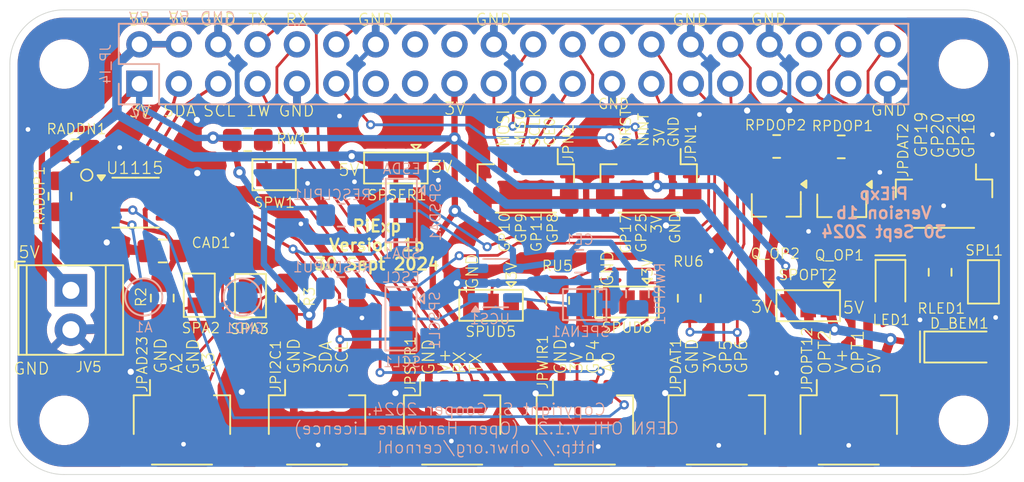
<source format=kicad_pcb>
(kicad_pcb
	(version 20240108)
	(generator "pcbnew")
	(generator_version "8.0")
	(general
		(thickness 1.6)
		(legacy_teardrops no)
	)
	(paper "USLetter")
	(title_block
		(title "PiExp")
		(date "2024-09-29")
		(rev "1b")
	)
	(layers
		(0 "F.Cu" signal)
		(31 "B.Cu" signal)
		(32 "B.Adhes" user "B.Adhesive")
		(33 "F.Adhes" user "F.Adhesive")
		(34 "B.Paste" user)
		(35 "F.Paste" user)
		(36 "B.SilkS" user "B.Silkscreen")
		(37 "F.SilkS" user "F.Silkscreen")
		(38 "B.Mask" user)
		(39 "F.Mask" user)
		(40 "Dwgs.User" user "User.Drawings")
		(41 "Cmts.User" user "User.Comments")
		(42 "Eco1.User" user "User.Eco1")
		(43 "Eco2.User" user "User.Eco2")
		(44 "Edge.Cuts" user)
		(45 "Margin" user)
		(46 "B.CrtYd" user "B.Courtyard")
		(47 "F.CrtYd" user "F.Courtyard")
		(48 "B.Fab" user)
		(49 "F.Fab" user)
	)
	(setup
		(stackup
			(layer "F.SilkS"
				(type "Top Silk Screen")
			)
			(layer "F.Paste"
				(type "Top Solder Paste")
			)
			(layer "F.Mask"
				(type "Top Solder Mask")
				(thickness 0.01)
			)
			(layer "F.Cu"
				(type "copper")
				(thickness 0.035)
			)
			(layer "dielectric 1"
				(type "core")
				(thickness 1.51)
				(material "FR4")
				(epsilon_r 4.5)
				(loss_tangent 0.02)
			)
			(layer "B.Cu"
				(type "copper")
				(thickness 0.035)
			)
			(layer "B.Mask"
				(type "Bottom Solder Mask")
				(thickness 0.01)
			)
			(layer "B.Paste"
				(type "Bottom Solder Paste")
			)
			(layer "B.SilkS"
				(type "Bottom Silk Screen")
			)
			(copper_finish "None")
			(dielectric_constraints no)
		)
		(pad_to_mask_clearance 0.0254)
		(solder_mask_min_width 0.1016)
		(allow_soldermask_bridges_in_footprints no)
		(pcbplotparams
			(layerselection 0x00010fc_ffffffff)
			(plot_on_all_layers_selection 0x0000000_00000000)
			(disableapertmacros no)
			(usegerberextensions no)
			(usegerberattributes no)
			(usegerberadvancedattributes no)
			(creategerberjobfile no)
			(dashed_line_dash_ratio 12.000000)
			(dashed_line_gap_ratio 3.000000)
			(svgprecision 4)
			(plotframeref no)
			(viasonmask no)
			(mode 1)
			(useauxorigin no)
			(hpglpennumber 1)
			(hpglpenspeed 20)
			(hpglpendiameter 15.000000)
			(pdf_front_fp_property_popups yes)
			(pdf_back_fp_property_popups yes)
			(dxfpolygonmode yes)
			(dxfimperialunits yes)
			(dxfusepcbnewfont yes)
			(psnegative no)
			(psa4output no)
			(plotreference yes)
			(plotvalue yes)
			(plotfptext yes)
			(plotinvisibletext no)
			(sketchpadsonfab no)
			(subtractmaskfromsilk no)
			(outputformat 1)
			(mirror no)
			(drillshape 1)
			(scaleselection 1)
			(outputdirectory "")
		)
	)
	(net 0 "")
	(net 1 "GND")
	(net 2 "+5V")
	(net 3 "GP2_SDA")
	(net 4 "GP3_SCL")
	(net 5 "+3V3")
	(net 6 "GP13")
	(net 7 "GP14_TXD")
	(net 8 "GP15_RXD")
	(net 9 "unconnected-(JP_I4-Pin_13-Pad13)")
	(net 10 "GP4_1Wire")
	(net 11 "GP19")
	(net 12 "AIN3")
	(net 13 "unconnected-(JP_I4-Pin_16-Pad16)")
	(net 14 "GP9_MISO")
	(net 15 "GP25_NINT")
	(net 16 "GP8_CE0")
	(net 17 "GP1_EESCL")
	(net 18 "GP18")
	(net 19 "GP20")
	(net 20 "GP0_EESDA")
	(net 21 "unconnected-(JP_I4-Pin_18-Pad18)")
	(net 22 "GP17_NRST")
	(net 23 "unconnected-(JP_I4-Pin_26-Pad26)")
	(net 24 "unconnected-(JP_I4-Pin_37-Pad37)")
	(net 25 "GP21")
	(net 26 "GP5")
	(net 27 "GP6")
	(net 28 "GP12")
	(net 29 "GP11_SCLK")
	(net 30 "unconnected-(JP_I4-Pin_15-Pad15)")
	(net 31 "GP10_MOSI")
	(net 32 "unconnected-(JP_I4-Pin_36-Pad36)")
	(net 33 "AIN0")
	(net 34 "/ADDR")
	(net 35 "/RDY")
	(net 36 "AIN2")
	(net 37 "/OPT1")
	(net 38 "/OPT2")
	(net 39 "AIN1")
	(net 40 "Net-(SPENA1-A)")
	(net 41 "Net-(SPSCL1-C)")
	(net 42 "Net-(SPSDA1-C)")
	(net 43 "/VSER+")
	(net 44 "Net-(SPA2-B)")
	(net 45 "Net-(SPA3-B)")
	(net 46 "Net-(JPOPT12-Pin_2)")
	(net 47 "Net-(SPL1-A)")
	(net 48 "Net-(LED1-A)")
	(net 49 "Net-(SPUD5-C)")
	(net 50 "Net-(SPUD6-C)")
	(net 51 "Net-(SPW1-A)")
	(footprint "Resistor_SMD:R_0805_2012Metric_Pad1.20x1.40mm_HandSolder" (layer "F.Cu") (at 15.3416 8.382))
	(footprint "MountingHole:MountingHole_2.7mm_M2.5" (layer "F.Cu") (at 3.5 3.5))
	(footprint "MountingHole:MountingHole_2.7mm_M2.5" (layer "F.Cu") (at 61.5 3.5))
	(footprint "Connector_JST:JST_SH_SM04B-SRSS-TB_1x04-1MP_P1.00mm_Horizontal" (layer "F.Cu") (at 37.084 26.67))
	(footprint "Resistor_SMD:R_0805_2012Metric_Pad1.20x1.40mm_HandSolder" (layer "F.Cu") (at 53.6174 8.845725 180))
	(footprint "TerminalBlock_TE-Connectivity:TerminalBlock_TE_282834-2_1x02_P2.54mm_Horizontal" (layer "F.Cu") (at 3.937 18.1102 -90))
	(footprint "Jumper:SolderJumper-2_P1.3mm_Open_Pad1.0x1.5mm" (layer "F.Cu") (at 15.5194 18.4508 -90))
	(footprint "Connector_JST:JST_SH_BM04B-SRSS-TB_1x04-1MP_P1.00mm_Vertical" (layer "F.Cu") (at 60.2488 12.065 180))
	(footprint "Connector_JST:JST_SH_SM04B-SRSS-TB_1x04-1MP_P1.00mm_Horizontal" (layer "F.Cu") (at 45.593 26.67))
	(footprint "Package_TO_SOT_SMD:SOT-23_Handsoldering" (layer "F.Cu") (at 49.4304 12.593275 -90))
	(footprint "Resistor_SMD:R_0805_2012Metric_Pad1.20x1.40mm_HandSolder" (layer "F.Cu") (at 3.230373 12.0396 90))
	(footprint "Jumper:SolderJumper-3_P1.3mm_Open_Pad1.0x1.5mm" (layer "F.Cu") (at 24.8966 10.2108 180))
	(footprint "Connector_JST:JST_SH_SM04B-SRSS-TB_1x04-1MP_P1.00mm_Horizontal" (layer "F.Cu") (at 11.0998 26.67))
	(footprint "Resistor_SMD:R_0805_2012Metric_Pad1.20x1.40mm_HandSolder" (layer "F.Cu") (at 59.9948 16.9418 90))
	(footprint "Jumper:SolderJumper-2_P1.3mm_Open_Pad1.0x1.5mm" (layer "F.Cu") (at 17.0434 10.6426))
	(footprint "Package_TO_SOT_SMD:SOT-23_Handsoldering" (layer "F.Cu") (at 53.6526 12.618675 -90))
	(footprint "Jumper:SolderJumper-3_P1.3mm_Open_Pad1.0x1.5mm" (layer "F.Cu") (at 39.8018 18.8623 180))
	(footprint "Resistor_SMD:R_0805_2012Metric_Pad1.20x1.40mm_HandSolder" (layer "F.Cu") (at 43.815 18.6182 90))
	(footprint "Connector_JST:JST_SH_SM04B-SRSS-TB_1x04-1MP_P1.00mm_Horizontal" (layer "F.Cu") (at 54.102 26.67))
	(footprint "Jumper:SolderJumper-3_P1.3mm_Open_Pad1.0x1.5mm" (layer "F.Cu") (at 31.0342 19.0754 180))
	(footprint "Connector_JST:JST_SH_SM04B-SRSS-TB_1x04-1MP_P1.00mm_Horizontal" (layer "F.Cu") (at 19.812 26.67))
	(footprint "Resistor_SMD:R_0805_2012Metric_Pad1.20x1.40mm_HandSolder" (layer "F.Cu") (at 4.199873 9.0932 180))
	(footprint "Resistor_SMD:R_0805_2012Metric_Pad1.20x1.40mm_HandSolder" (layer "F.Cu") (at 35.3314 18.7612 -90))
	(footprint "MountingHole:MountingHole_2.7mm_M2.5" (layer "F.Cu") (at 3.5 26.5))
	(footprint "MountingHole:MountingHole_2.7mm_M2.5" (layer "F.Cu") (at 61.5 26.5))
	(footprint "Resistor_SMD:R_0805_2012Metric_Pad1.20x1.40mm_HandSolder" (layer "F.Cu") (at 49.4558 8.820325 180))
	(footprint "Jumper:SolderJumper-3_P1.3mm_Open_Pad1.0x1.5mm" (layer "F.Cu") (at 51.4904 19.1008 180))
	(footprint "Capacitor_SMD:C_0805_2012Metric_Pad1.18x1.45mm_HandSolder" (layer "F.Cu") (at 9.8591 15.5702))
	(footprint "Resistor_SMD:R_0805_2012Metric_Pad1.20x1.40mm_HandSolder" (layer "F.Cu") (at 17.8816 18.6342 90))
	(footprint "Diode_SMD:D_SOD-123" (layer "F.Cu") (at 61.34 21.7678))
	(footprint "Connector_JST:JST_SH_BM04B-SRSS-TB_1x04-1MP_P1.00mm_Vertical" (layer "F.Cu") (at 41.2002 11.0786 180))
	(footprint "Resistor_SMD:R_0805_2012Metric_Pad1.20x1.40mm_HandSolder" (layer "F.Cu") (at 9.8298 18.6088 -90))
	(footprint "Connector_JST:JST_SH_SM04B-SRSS-TB_1x04-1MP_P1.00mm_Horizontal" (layer "F.Cu") (at 28.5242 26.67))
	(footprint "Package_SO:MSOP-10_3x3mm_P0.5mm" (layer "F.Cu") (at 8.111473 12.446))
	(footprint "Connector_JST:JST_SH_BM04B-SRSS-TB_1x04-1MP_P1.00mm_Vertical" (layer "F.Cu") (at 33.2754 11.0786 180))
	(footprint "Jumper:SolderJumper-2_P1.3mm_Open_Pad1.0x1.5mm" (layer "F.Cu") (at 12.2174 18.4254 -90))
	(footprint "LED_SMD:LED_0805_2012Metric" (layer "F.Cu") (at 56.7944 17.8308 -90))
	(footprint "Jumper:SolderJumper-2_P1.3mm_Open_Pad1.0x1.5mm" (layer "F.Cu") (at 62.7888 17.5618 -90))
	(footprint "Connector_PinSocket_2.54mm:PinSocket_2x20_P2.54mm_Vertical"
		(locked yes)
		(layer "B.Cu")
		(uuid "00000000-0000-0000-0000-000060811448")
		(at 8.3566 4.77 -90)
		(descr "Through hole straight s
... [396462 chars truncated]
</source>
